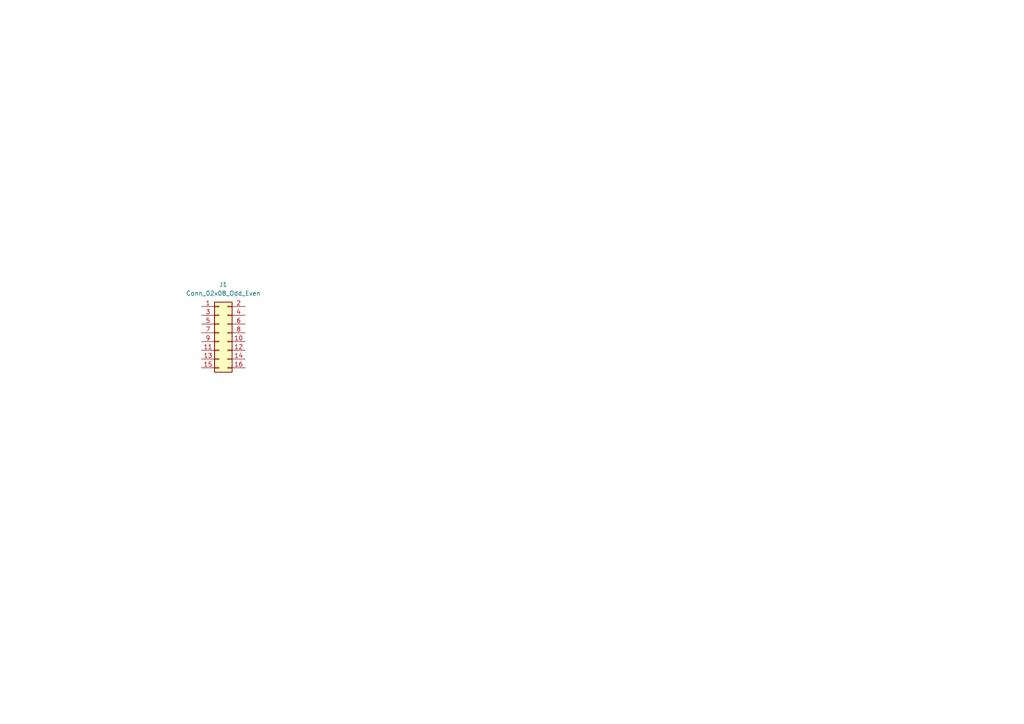
<source format=kicad_sch>
(kicad_sch
	(version 20231120)
	(generator "eeschema")
	(generator_version "8.0")
	(uuid "5b1ecf52-b0f1-49e0-9e79-5452cf38d028")
	(paper "A4")
	(title_block
		(title "Micro_Mouse_Power_Circuit")
		(date "2024-03-24")
		(rev "V2")
		(company "University of Cape Town")
		(comment 3 "CRTLUK001")
		(comment 4 "Luke Carter")
	)
	(lib_symbols
		(symbol "Connector_Generic:Conn_02x08_Odd_Even"
			(pin_names
				(offset 1.016) hide)
			(exclude_from_sim no)
			(in_bom yes)
			(on_board yes)
			(property "Reference" "J"
				(at 1.27 10.16 0)
				(effects
					(font
						(size 1.27 1.27)
					)
				)
			)
			(property "Value" "Conn_02x08_Odd_Even"
				(at 1.27 -12.7 0)
				(effects
					(font
						(size 1.27 1.27)
					)
				)
			)
			(property "Footprint" ""
				(at 0 0 0)
				(effects
					(font
						(size 1.27 1.27)
					)
					(hide yes)
				)
			)
			(property "Datasheet" "~"
				(at 0 0 0)
				(effects
					(font
						(size 1.27 1.27)
					)
					(hide yes)
				)
			)
			(property "Description" "Generic connector, double row, 02x08, odd/even pin numbering scheme (row 1 odd numbers, row 2 even numbers), script generated (kicad-library-utils/schlib/autogen/connector/)"
				(at 0 0 0)
				(effects
					(font
						(size 1.27 1.27)
					)
					(hide yes)
				)
			)
			(property "ki_keywords" "connector"
				(at 0 0 0)
				(effects
					(font
						(size 1.27 1.27)
					)
					(hide yes)
				)
			)
			(property "ki_fp_filters" "Connector*:*_2x??_*"
				(at 0 0 0)
				(effects
					(font
						(size 1.27 1.27)
					)
					(hide yes)
				)
			)
			(symbol "Conn_02x08_Odd_Even_1_1"
				(rectangle
					(start -1.27 -10.033)
					(end 0 -10.287)
					(stroke
						(width 0.1524)
						(type default)
					)
					(fill
						(type none)
					)
				)
				(rectangle
					(start -1.27 -7.493)
					(end 0 -7.747)
					(stroke
						(width 0.1524)
						(type default)
					)
					(fill
						(type none)
					)
				)
				(rectangle
					(start -1.27 -4.953)
					(end 0 -5.207)
					(stroke
						(width 0.1524)
						(type default)
					)
					(fill
						(type none)
					)
				)
				(rectangle
					(start -1.27 -2.413)
					(end 0 -2.667)
					(stroke
						(width 0.1524)
						(type default)
					)
					(fill
						(type none)
					)
				)
				(rectangle
					(start -1.27 0.127)
					(end 0 -0.127)
					(stroke
						(width 0.1524)
						(type default)
					)
					(fill
						(type none)
					)
				)
				(rectangle
					(start -1.27 2.667)
					(end 0 2.413)
					(stroke
						(width 0.1524)
						(type default)
					)
					(fill
						(type none)
					)
				)
				(rectangle
					(start -1.27 5.207)
					(end 0 4.953)
					(stroke
						(width 0.1524)
						(type default)
					)
					(fill
						(type none)
					)
				)
				(rectangle
					(start -1.27 7.747)
					(end 0 7.493)
					(stroke
						(width 0.1524)
						(type default)
					)
					(fill
						(type none)
					)
				)
				(rectangle
					(start -1.27 8.89)
					(end 3.81 -11.43)
					(stroke
						(width 0.254)
						(type default)
					)
					(fill
						(type background)
					)
				)
				(rectangle
					(start 3.81 -10.033)
					(end 2.54 -10.287)
					(stroke
						(width 0.1524)
						(type default)
					)
					(fill
						(type none)
					)
				)
				(rectangle
					(start 3.81 -7.493)
					(end 2.54 -7.747)
					(stroke
						(width 0.1524)
						(type default)
					)
					(fill
						(type none)
					)
				)
				(rectangle
					(start 3.81 -4.953)
					(end 2.54 -5.207)
					(stroke
						(width 0.1524)
						(type default)
					)
					(fill
						(type none)
					)
				)
				(rectangle
					(start 3.81 -2.413)
					(end 2.54 -2.667)
					(stroke
						(width 0.1524)
						(type default)
					)
					(fill
						(type none)
					)
				)
				(rectangle
					(start 3.81 0.127)
					(end 2.54 -0.127)
					(stroke
						(width 0.1524)
						(type default)
					)
					(fill
						(type none)
					)
				)
				(rectangle
					(start 3.81 2.667)
					(end 2.54 2.413)
					(stroke
						(width 0.1524)
						(type default)
					)
					(fill
						(type none)
					)
				)
				(rectangle
					(start 3.81 5.207)
					(end 2.54 4.953)
					(stroke
						(width 0.1524)
						(type default)
					)
					(fill
						(type none)
					)
				)
				(rectangle
					(start 3.81 7.747)
					(end 2.54 7.493)
					(stroke
						(width 0.1524)
						(type default)
					)
					(fill
						(type none)
					)
				)
				(pin passive line
					(at -5.08 7.62 0)
					(length 3.81)
					(name "Pin_1"
						(effects
							(font
								(size 1.27 1.27)
							)
						)
					)
					(number "1"
						(effects
							(font
								(size 1.27 1.27)
							)
						)
					)
				)
				(pin passive line
					(at 7.62 -2.54 180)
					(length 3.81)
					(name "Pin_10"
						(effects
							(font
								(size 1.27 1.27)
							)
						)
					)
					(number "10"
						(effects
							(font
								(size 1.27 1.27)
							)
						)
					)
				)
				(pin passive line
					(at -5.08 -5.08 0)
					(length 3.81)
					(name "Pin_11"
						(effects
							(font
								(size 1.27 1.27)
							)
						)
					)
					(number "11"
						(effects
							(font
								(size 1.27 1.27)
							)
						)
					)
				)
				(pin passive line
					(at 7.62 -5.08 180)
					(length 3.81)
					(name "Pin_12"
						(effects
							(font
								(size 1.27 1.27)
							)
						)
					)
					(number "12"
						(effects
							(font
								(size 1.27 1.27)
							)
						)
					)
				)
				(pin passive line
					(at -5.08 -7.62 0)
					(length 3.81)
					(name "Pin_13"
						(effects
							(font
								(size 1.27 1.27)
							)
						)
					)
					(number "13"
						(effects
							(font
								(size 1.27 1.27)
							)
						)
					)
				)
				(pin passive line
					(at 7.62 -7.62 180)
					(length 3.81)
					(name "Pin_14"
						(effects
							(font
								(size 1.27 1.27)
							)
						)
					)
					(number "14"
						(effects
							(font
								(size 1.27 1.27)
							)
						)
					)
				)
				(pin passive line
					(at -5.08 -10.16 0)
					(length 3.81)
					(name "Pin_15"
						(effects
							(font
								(size 1.27 1.27)
							)
						)
					)
					(number "15"
						(effects
							(font
								(size 1.27 1.27)
							)
						)
					)
				)
				(pin passive line
					(at 7.62 -10.16 180)
					(length 3.81)
					(name "Pin_16"
						(effects
							(font
								(size 1.27 1.27)
							)
						)
					)
					(number "16"
						(effects
							(font
								(size 1.27 1.27)
							)
						)
					)
				)
				(pin passive line
					(at 7.62 7.62 180)
					(length 3.81)
					(name "Pin_2"
						(effects
							(font
								(size 1.27 1.27)
							)
						)
					)
					(number "2"
						(effects
							(font
								(size 1.27 1.27)
							)
						)
					)
				)
				(pin passive line
					(at -5.08 5.08 0)
					(length 3.81)
					(name "Pin_3"
						(effects
							(font
								(size 1.27 1.27)
							)
						)
					)
					(number "3"
						(effects
							(font
								(size 1.27 1.27)
							)
						)
					)
				)
				(pin passive line
					(at 7.62 5.08 180)
					(length 3.81)
					(name "Pin_4"
						(effects
							(font
								(size 1.27 1.27)
							)
						)
					)
					(number "4"
						(effects
							(font
								(size 1.27 1.27)
							)
						)
					)
				)
				(pin passive line
					(at -5.08 2.54 0)
					(length 3.81)
					(name "Pin_5"
						(effects
							(font
								(size 1.27 1.27)
							)
						)
					)
					(number "5"
						(effects
							(font
								(size 1.27 1.27)
							)
						)
					)
				)
				(pin passive line
					(at 7.62 2.54 180)
					(length 3.81)
					(name "Pin_6"
						(effects
							(font
								(size 1.27 1.27)
							)
						)
					)
					(number "6"
						(effects
							(font
								(size 1.27 1.27)
							)
						)
					)
				)
				(pin passive line
					(at -5.08 0 0)
					(length 3.81)
					(name "Pin_7"
						(effects
							(font
								(size 1.27 1.27)
							)
						)
					)
					(number "7"
						(effects
							(font
								(size 1.27 1.27)
							)
						)
					)
				)
				(pin passive line
					(at 7.62 0 180)
					(length 3.81)
					(name "Pin_8"
						(effects
							(font
								(size 1.27 1.27)
							)
						)
					)
					(number "8"
						(effects
							(font
								(size 1.27 1.27)
							)
						)
					)
				)
				(pin passive line
					(at -5.08 -2.54 0)
					(length 3.81)
					(name "Pin_9"
						(effects
							(font
								(size 1.27 1.27)
							)
						)
					)
					(number "9"
						(effects
							(font
								(size 1.27 1.27)
							)
						)
					)
				)
			)
		)
	)
	(symbol
		(lib_id "Connector_Generic:Conn_02x08_Odd_Even")
		(at 63.5 96.52 0)
		(unit 1)
		(exclude_from_sim no)
		(in_bom yes)
		(on_board yes)
		(dnp no)
		(fields_autoplaced yes)
		(uuid "d3344b15-f682-4bfd-a1c1-fc251979e2a5")
		(property "Reference" "J1"
			(at 64.77 82.55 0)
			(effects
				(font
					(size 1.27 1.27)
				)
			)
		)
		(property "Value" "Conn_02x08_Odd_Even"
			(at 64.77 85.09 0)
			(effects
				(font
					(size 1.27 1.27)
				)
			)
		)
		(property "Footprint" ""
			(at 63.5 96.52 0)
			(effects
				(font
					(size 1.27 1.27)
				)
				(hide yes)
			)
		)
		(property "Datasheet" "~"
			(at 63.5 96.52 0)
			(effects
				(font
					(size 1.27 1.27)
				)
				(hide yes)
			)
		)
		(property "Description" "Generic connector, double row, 02x08, odd/even pin numbering scheme (row 1 odd numbers, row 2 even numbers), script generated (kicad-library-utils/schlib/autogen/connector/)"
			(at 63.5 96.52 0)
			(effects
				(font
					(size 1.27 1.27)
				)
				(hide yes)
			)
		)
		(pin "1"
			(uuid "c03df53e-08f6-4a95-acf1-af35ad7d86a6")
		)
		(pin "3"
			(uuid "1dc940e4-2349-4c60-ad8c-73af2b36a084")
		)
		(pin "7"
			(uuid "731a50d1-0db5-46fa-8104-e1faa23bea67")
		)
		(pin "13"
			(uuid "59f3cd3d-ebb1-442d-bf4d-57ba33f6dbef")
		)
		(pin "14"
			(uuid "31241aa2-e310-4d0b-bd12-1e8274884833")
		)
		(pin "12"
			(uuid "b4a78c6a-a306-4ca6-b9ee-4e290bfaaabd")
		)
		(pin "15"
			(uuid "162b16cf-18ee-4282-9c5d-36f360a35d7a")
		)
		(pin "2"
			(uuid "0f829084-540b-40d1-aba1-df664a07acdb")
		)
		(pin "4"
			(uuid "20d9993b-d1aa-48bc-a9a1-519595ab4e34")
		)
		(pin "9"
			(uuid "50a93c56-2160-4ad4-ac63-00d3c3964254")
		)
		(pin "8"
			(uuid "9f6cae66-f888-4e1a-8889-b6ba26cc7abd")
		)
		(pin "5"
			(uuid "5fcc4574-5f39-4ed5-b410-6e9a6e32ef94")
		)
		(pin "11"
			(uuid "9668d4af-0329-4997-a495-66a960b35e07")
		)
		(pin "16"
			(uuid "8a70c114-34c8-4114-961e-7ba36a36b11d")
		)
		(pin "6"
			(uuid "81f64f94-a1f3-4f5c-9b3f-81dc89446c56")
		)
		(pin "10"
			(uuid "fea12331-b0c7-4b0f-ad08-f1bb33a8ba6a")
		)
		(instances
			(project "ProjectFiles"
				(path "/5b1ecf52-b0f1-49e0-9e79-5452cf38d028"
					(reference "J1")
					(unit 1)
				)
			)
		)
	)
	(sheet_instances
		(path "/"
			(page "1")
		)
	)
)
</source>
